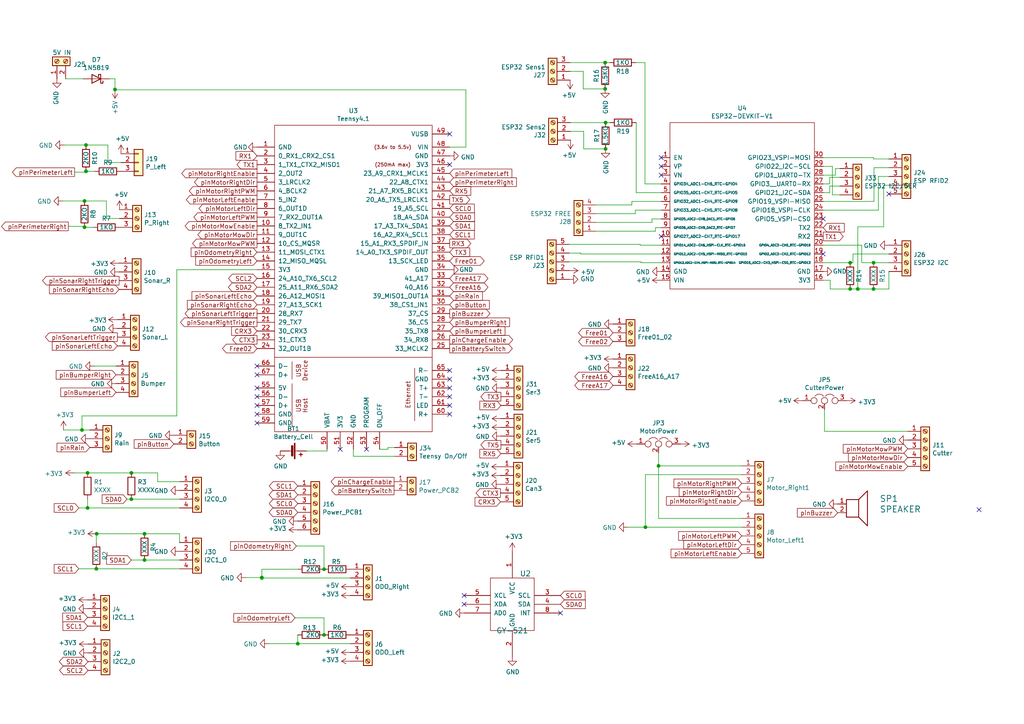
<source format=kicad_sch>
(kicad_sch (version 20211123) (generator eeschema)
  (paper "A4")
  (title_block (title "Teensy 4.1 MainPCB Board") (date "2022-05-13") (rev "v1.3"))
  (junction (at 23.7744 124.714))
  (junction (at 25.4 137.16))
  (junction (at 246.5832 76.2))
  (junction (at 175.641 35.56))
  (junction (at 86.36 186.69))
  (junction (at 24.9428 42.0624))
  (junction (at 27.94 164.973))
  (junction (at 41.91 154.813))
  (junction (at 175.514 18.161))
  (junction (at 248.793 83.82))
  (junction (at 25.4 147.32))
  (junction (at 75.946 167.64))
  (junction (at 175.514 25.781))
  (junction (at 253.365 76.2))
  (junction (at 93.98 184.15))
  (junction (at 38.1 144.78))
  (junction (at 93.98 165.1))
  (junction (at 175.641 43.18))
  (junction (at 253.365 83.82))
  (junction (at 75.946 167.513))
  (junction (at 191.008 135.128))
  (junction (at 246.5832 83.82))
  (junction (at 38.1 137.16))
  (junction (at 24.511 58.293))
  (junction (at 24.9428 49.6824))
  (junction (at 28.0416 154.813))
  (junction (at 24.511 65.913))
  (junction (at 187.198 152.908))
  (junction (at 41.91 162.433))
  (junction (at 33.3502 25.9588))
  (no_connect (at 74.549 112.522))
  (no_connect (at 130.429 107.442))
  (no_connect (at 283.972 147.828))
  (no_connect (at 74.549 120.142))
  (no_connect (at 134.62 175.26))
  (no_connect (at 238.76 73.66))
  (no_connect (at 74.549 108.712))
  (no_connect (at 191.77 50.8))
  (no_connect (at 130.429 38.862))
  (no_connect (at 130.429 109.982))
  (no_connect (at 257.81 56.261))
  (no_connect (at 74.549 106.172))
  (no_connect (at 130.429 47.752))
  (no_connect (at 191.77 68.58))
  (no_connect (at 238.76 63.5))
  (no_connect (at 191.77 48.26))
  (no_connect (at 191.77 45.72))
  (no_connect (at 130.429 120.142))
  (no_connect (at 74.549 115.062))
  (no_connect (at 134.62 172.72))
  (no_connect (at 162.56 177.8))
  (no_connect (at 98.679 130.302))
  (no_connect (at 130.429 117.602))
  (no_connect (at 74.549 117.602))
  (no_connect (at 130.429 112.522))
  (no_connect (at 106.299 130.302))
  (no_connect (at 74.549 122.682))
  (no_connect (at 130.429 115.062))
  (wire (pts (xy 165.1 75.946) (xy 185.928 75.946)))
  (wire (pts (xy 184.531 55.88) (xy 191.77 55.88)))
  (wire (pts (xy 169.291 38.1) (xy 165.481 38.1)))
  (wire (pts (xy 75.946 167.64) (xy 75.946 167.513)))
  (wire (pts (xy 25.4 147.32) (xy 52.07 147.32)))
  (wire (pts (xy 253.492 58.42) (xy 253.492 48.641)))
  (wire (pts (xy 94.869 130.81) (xy 88.9 130.81)))
  (wire (pts (xy 52.07 154.813) (xy 41.91 154.813)))
  (wire (pts (xy 257.81 73.66) (xy 247.396 73.66)))
  (wire (pts (xy 51.2826 78.232) (xy 74.549 78.232)))
  (wire (pts (xy 253.365 83.82) (xy 257.81 83.82)))
  (wire (pts (xy 169.164 25.781) (xy 169.164 20.701)))
  (wire (pts (xy 187.198 137.668) (xy 187.198 152.908)))
  (wire (pts (xy 238.76 76.2) (xy 246.5832 76.2)))
  (wire (pts (xy 31.2928 42.0624) (xy 24.9428 42.0624)))
  (wire (pts (xy 28.0416 154.813) (xy 27.94 154.813)))
  (wire (pts (xy 22.86 147.32) (xy 25.4 147.32)))
  (wire (pts (xy 86.36 186.69) (xy 101.6 186.69)))
  (wire (pts (xy 240.665 53.975) (xy 243.586 53.975)))
  (wire (pts (xy 30.861 63.373) (xy 34.671 63.373)))
  (wire (pts (xy 240.665 53.34) (xy 240.665 51.435)))
  (wire (pts (xy 24.9428 49.6824) (xy 27.4828 49.6824)))
  (wire (pts (xy 31.2928 42.0624) (xy 31.2928 47.1424)))
  (wire (pts (xy 172.847 64.516) (xy 189.103 64.516)))
  (wire (pts (xy 238.76 48.26) (xy 241.427 48.26)))
  (wire (pts (xy 189.103 63.5) (xy 191.77 63.5)))
  (wire (pts (xy 257.81 83.82) (xy 257.81 78.74)))
  (wire (pts (xy 184.277 61.976) (xy 184.277 60.96)))
  (wire (pts (xy 239.141 118.745) (xy 239.141 125.095)))
  (wire (pts (xy 190.119 67.056) (xy 190.119 66.04)))
  (wire (pts (xy 253.492 48.641) (xy 257.81 48.641)))
  (wire (pts (xy 85.598 179.197) (xy 93.98 179.197)))
  (wire (pts (xy 176.784 18.161) (xy 175.514 18.161)))
  (wire (pts (xy 86.36 184.15) (xy 86.36 186.69)))
  (wire (pts (xy 183.261 59.436) (xy 183.261 58.42)))
  (wire (pts (xy 169.164 25.781) (xy 175.514 25.781)))
  (wire (pts (xy 51.2826 120.6246) (xy 23.7744 120.6246)))
  (wire (pts (xy 112.522 130.302) (xy 112.522 129.794)))
  (wire (pts (xy 246.5832 83.82) (xy 248.793 83.82)))
  (wire (pts (xy 241.427 48.26) (xy 241.427 56.515)))
  (wire (pts (xy 102.489 130.302) (xy 102.489 132.334)))
  (wire (pts (xy 169.291 43.18) (xy 169.291 38.1)))
  (wire (pts (xy 248.793 83.82) (xy 253.365 83.82)))
  (wire (pts (xy 23.7744 124.714) (xy 26.035 124.714)))
  (wire (pts (xy 130.429 42.672) (xy 135.128 42.672)))
  (wire (pts (xy 18.5928 42.0624) (xy 24.9428 42.0624)))
  (wire (pts (xy 191.008 131.318) (xy 191.008 135.128)))
  (wire (pts (xy 176.911 35.56) (xy 175.641 35.56)))
  (wire (pts (xy 184.277 60.96) (xy 191.77 60.96)))
  (wire (pts (xy 75.946 167.513) (xy 71.247 167.513)))
  (wire (pts (xy 38.1 162.433) (xy 41.91 162.433)))
  (wire (pts (xy 19.05 22.86) (xy 24.13 22.86)))
  (wire (pts (xy 45.72 139.7) (xy 52.07 139.7)))
  (wire (pts (xy 238.76 58.42) (xy 253.492 58.42)))
  (wire (pts (xy 187.198 152.908) (xy 215.138 152.908)))
  (wire (pts (xy 24.511 65.913) (xy 27.051 65.913)))
  (wire (pts (xy 18.415 124.714) (xy 23.7744 124.714)))
  (wire (pts (xy 169.291 43.18) (xy 175.641 43.18)))
  (wire (pts (xy 190.119 66.04) (xy 191.77 66.04)))
  (wire (pts (xy 189.103 64.516) (xy 189.103 63.5)))
  (wire (pts (xy 27.305 106.172) (xy 33.655 106.172)))
  (wire (pts (xy 172.847 61.976) (xy 184.277 61.976)))
  (wire (pts (xy 247.396 73.66) (xy 247.396 76.2)))
  (wire (pts (xy 238.76 55.88) (xy 240.665 55.88)))
  (wire (pts (xy 182.118 152.908) (xy 187.198 152.908)))
  (wire (pts (xy 33.3502 26.0604) (xy 33.3502 25.9588)))
  (wire (pts (xy 187.071 18.161) (xy 184.404 18.161)))
  (wire (pts (xy 75.946 165.1) (xy 75.946 167.513)))
  (wire (pts (xy 240.665 55.88) (xy 240.665 53.975)))
  (wire (pts (xy 253.365 76.2) (xy 257.81 76.2)))
  (wire (pts (xy 183.261 58.42) (xy 191.77 58.42)))
  (wire (pts (xy 256.286 65.786) (xy 248.793 65.786)))
  (wire (pts (xy 185.674 71.12) (xy 185.674 70.866)))
  (wire (pts (xy 242.316 50.8) (xy 242.316 48.895)))
  (wire (pts (xy 23.7744 120.6246) (xy 23.7744 124.714)))
  (wire (pts (xy 241.427 56.515) (xy 243.586 56.515)))
  (wire (pts (xy 253.365 45.72) (xy 253.365 46.101)))
  (wire (pts (xy 51.2826 78.232) (xy 51.2826 120.6246)))
  (wire (pts (xy 238.76 81.28) (xy 240.792 81.28)))
  (wire (pts (xy 215.138 150.368) (xy 191.008 150.368)))
  (wire (pts (xy 38.1 144.78) (xy 52.07 144.78)))
  (wire (pts (xy 18.161 58.293) (xy 24.511 58.293)))
  (wire (pts (xy 31.2928 47.1424) (xy 35.1028 47.1424)))
  (wire (pts (xy 85.979 158.369) (xy 93.98 158.369)))
  (wire (pts (xy 21.6408 49.9364) (xy 24.9428 49.9364)))
  (wire (pts (xy 185.674 71.12) (xy 191.77 71.12)))
  (wire (pts (xy 215.138 135.128) (xy 191.008 135.128)))
  (wire (pts (xy 253.365 46.101) (xy 257.81 46.101)))
  (wire (pts (xy 41.91 154.813) (xy 28.0416 154.813)))
  (wire (pts (xy 169.164 20.701) (xy 165.354 20.701)))
  (wire (pts (xy 246.5832 76.2) (xy 247.396 76.2)))
  (wire (pts (xy 254.762 60.96) (xy 254.762 51.181)))
  (wire (pts (xy 110.109 130.302) (xy 112.522 130.302)))
  (wire (pts (xy 187.071 53.34) (xy 187.071 18.161)))
  (wire (pts (xy 185.674 70.866) (xy 165.1 70.866)))
  (wire (pts (xy 184.531 35.56) (xy 184.531 55.88)))
  (wire (pts (xy 21.59 137.16) (xy 25.4 137.16)))
  (wire (pts (xy 38.1 137.16) (xy 45.72 137.16)))
  (wire (pts (xy 240.792 81.28) (xy 240.792 83.82)))
  (wire (pts (xy 185.928 75.946) (xy 185.928 76.2)))
  (wire (pts (xy 19.812 65.659) (xy 24.511 65.659)))
  (wire (pts (xy 238.76 50.8) (xy 242.316 50.8)))
  (wire (pts (xy 86.36 165.1) (xy 75.946 165.1)))
  (wire (pts (xy 41.91 162.433) (xy 52.07 162.433)))
  (wire (pts (xy 191.77 53.34) (xy 187.071 53.34)))
  (wire (pts (xy 238.76 45.72) (xy 253.365 45.72)))
  (wire (pts (xy 238.76 71.12) (xy 249.936 71.12)))
  (wire (pts (xy 254.762 51.181) (xy 257.81 51.181)))
  (wire (pts (xy 25.4 144.78) (xy 25.4 147.32)))
  (wire (pts (xy 30.861 58.293) (xy 30.861 63.373)))
  (wire (pts (xy 239.141 125.095) (xy 263.271 125.095)))
  (wire (pts (xy 33.3502 26.0604) (xy 135.128 26.0604)))
  (wire (pts (xy 240.665 51.435) (xy 243.586 51.435)))
  (wire (pts (xy 27.94 164.973) (xy 52.07 164.973)))
  (wire (pts (xy 238.76 53.34) (xy 240.665 53.34)))
  (wire (pts (xy 242.316 48.895) (xy 243.586 48.895)))
  (wire (pts (xy 22.86 164.973) (xy 27.94 164.973)))
  (wire (pts (xy 256.286 53.721) (xy 256.286 65.786)))
  (wire (pts (xy 240.792 83.82) (xy 246.5832 83.82)))
  (wire (pts (xy 93.98 179.197) (xy 93.98 184.15)))
  (wire (pts (xy 33.3502 25.9588) (xy 33.3502 22.86)))
  (wire (pts (xy 165.354 18.161) (xy 175.514 18.161)))
  (wire (pts (xy 30.861 58.293) (xy 24.511 58.293)))
  (wire (pts (xy 238.76 60.96) (xy 254.762 60.96)))
  (wire (pts (xy 77.978 186.69) (xy 86.36 186.69)))
  (wire (pts (xy 172.847 67.056) (xy 190.119 67.056)))
  (wire (pts (xy 36.83 144.78) (xy 38.1 144.78)))
  (wire (pts (xy 172.847 59.436) (xy 183.261 59.436)))
  (wire (pts (xy 248.793 65.786) (xy 248.793 83.82)))
  (wire (pts (xy 24.511 65.659) (xy 24.511 65.913)))
  (wire (pts (xy 45.72 137.16) (xy 45.72 139.7)))
  (wire (pts (xy 165.481 35.56) (xy 175.641 35.56)))
  (wire (pts (xy 135.128 42.672) (xy 135.128 26.0604)))
  (wire (pts (xy 168.402 73.66) (xy 168.402 73.406)))
  (wire (pts (xy 101.6 167.64) (xy 75.946 167.64)))
  (wire (pts (xy 185.928 76.2) (xy 191.77 76.2)))
  (wire (pts (xy 112.522 129.794) (xy 114.427 129.794)))
  (wire (pts (xy 102.489 132.334) (xy 114.427 132.334)))
  (wire (pts (xy 191.77 73.66) (xy 168.402 73.66)))
  (wire (pts (xy 38.1 137.16) (xy 25.4 137.16)))
  (wire (pts (xy 215.138 137.668) (xy 187.198 137.668)))
  (wire (pts (xy 31.75 22.86) (xy 33.3502 22.86)))
  (wire (pts (xy 191.008 135.128) (xy 191.008 150.368)))
  (wire (pts (xy 249.936 76.2) (xy 253.365 76.2)))
  (wire (pts (xy 27.94 157.353) (xy 27.94 154.813)))
  (wire (pts (xy 168.402 73.406) (xy 165.1 73.406)))
  (wire (pts (xy 24.9428 49.9364) (xy 24.9428 49.6824)))
  (wire (pts (xy 249.936 71.12) (xy 249.936 76.2)))
  (wire (pts (xy 93.98 158.369) (xy 93.98 165.1)))
  (wire (pts (xy 94.869 130.302) (xy 94.869 130.81)))
  (wire (pts (xy 257.81 53.721) (xy 256.286 53.721)))
  (wire (pts (xy 52.07 157.353) (xy 52.07 154.813)))
  (global_label "SDA2" (shape bidirectional) (at 25.527 191.897 180) (property "Intersheet References" "${INTERSHEET_REFS}" (effects hide)))
  (global_label "pinOdometryLeft" (shape input) (at 85.598 179.197 180) (property "Intersheet References" "${INTERSHEET_REFS}" (effects hide)))
  (global_label "pinSonarRightEcho" (shape input) (at 74.549 88.392 180) (property "Intersheet References" "${INTERSHEET_REFS}" (effects hide)))
  (global_label "CTX3" (shape output) (at 74.549 98.552 180) (property "Intersheet References" "${INTERSHEET_REFS}" (effects hide)))
  (global_label "SCL2" (shape bidirectional) (at 25.527 194.437 180) (property "Intersheet References" "${INTERSHEET_REFS}" (effects hide)))
  (global_label "pinMotorLeftPWM" (shape output) (at 74.549 62.992 180) (property "Intersheet References" "${INTERSHEET_REFS}" (effects hide)))
  (global_label "SCL1" (shape bidirectional) (at 86.36 140.97 180) (property "Intersheet References" "${INTERSHEET_REFS}" (effects hide)))
  (global_label "pinMotorLeftEnable" (shape input) (at 215.138 160.528 180) (property "Intersheet References" "${INTERSHEET_REFS}" (effects hide)))
  (global_label "pinMotorRightPWM" (shape input) (at 215.138 140.208 180) (property "Intersheet References" "${INTERSHEET_REFS}" (effects hide)))
  (global_label "pinButton" (shape input) (at 130.429 88.392 0) (property "Intersheet References" "${INTERSHEET_REFS}" (effects hide)))
  (global_label "RX3" (shape input) (at 145.288 117.602 180) (property "Intersheet References" "${INTERSHEET_REFS}" (effects hide)))
  (global_label "pinBumperRight" (shape input) (at 130.429 93.472 0) (property "Intersheet References" "${INTERSHEET_REFS}" (effects hide)))
  (global_label "SCL2" (shape bidirectional) (at 74.549 80.772 180) (property "Intersheet References" "${INTERSHEET_REFS}" (effects hide)))
  (global_label "pinChargeEnable" (shape output) (at 114.3 139.7 180) (property "Intersheet References" "${INTERSHEET_REFS}" (effects hide)))
  (global_label "pinSonarLeftTrigger" (shape output) (at 34.036 97.79 180) (property "Intersheet References" "${INTERSHEET_REFS}" (effects hide)))
  (global_label "pinMotorMowPWM" (shape output) (at 74.549 70.612 180) (property "Intersheet References" "${INTERSHEET_REFS}" (effects hide)))
  (global_label "SCL0" (shape input) (at 22.86 147.32 180) (property "Intersheet References" "${INTERSHEET_REFS}" (effects hide)))
  (global_label "pinBumperLeft" (shape input) (at 33.655 113.792 180) (property "Intersheet References" "${INTERSHEET_REFS}" (effects hide)))
  (global_label "pinBumperLeft" (shape input) (at 130.429 96.012 0) (property "Intersheet References" "${INTERSHEET_REFS}" (effects hide)))
  (global_label "pinMotorLeftDir" (shape output) (at 74.549 60.452 180) (property "Intersheet References" "${INTERSHEET_REFS}" (effects hide)))
  (global_label "SCL0" (shape bidirectional) (at 86.36 146.05 180) (property "Intersheet References" "${INTERSHEET_REFS}" (effects hide)))
  (global_label "RX1" (shape input) (at 74.549 45.212 180) (property "Intersheet References" "${INTERSHEET_REFS}" (effects hide)))
  (global_label "FreeA16" (shape bidirectional) (at 177.8 109.22 180) (property "Intersheet References" "${INTERSHEET_REFS}" (effects hide)))
  (global_label "FreeA17" (shape bidirectional) (at 130.429 80.772 0) (property "Intersheet References" "${INTERSHEET_REFS}" (effects hide)))
  (global_label "pinButton" (shape input) (at 50.419 128.778 180) (property "Intersheet References" "${INTERSHEET_REFS}" (effects hide)))
  (global_label "pinChargeEnable" (shape output) (at 130.429 98.552 0) (property "Intersheet References" "${INTERSHEET_REFS}" (effects hide)))
  (global_label "pinMotorLeftDir" (shape input) (at 215.138 157.988 180) (property "Intersheet References" "${INTERSHEET_REFS}" (effects hide)))
  (global_label "SDA0" (shape bidirectional) (at 86.36 148.59 180) (property "Intersheet References" "${INTERSHEET_REFS}" (effects hide)))
  (global_label "pinPerimeterRight" (shape input) (at 130.429 52.832 0) (property "Intersheet References" "${INTERSHEET_REFS}" (effects hide)))
  (global_label "pinRain" (shape input) (at 130.429 85.852 0) (property "Intersheet References" "${INTERSHEET_REFS}" (effects hide)))
  (global_label "SCL1" (shape input) (at 130.429 68.072 0) (property "Intersheet References" "${INTERSHEET_REFS}" (effects hide)))
  (global_label "pinOdometryRight" (shape input) (at 74.549 73.152 180) (property "Intersheet References" "${INTERSHEET_REFS}" (effects hide)))
  (global_label "TX5" (shape output) (at 130.429 57.912 0) (property "Intersheet References" "${INTERSHEET_REFS}" (effects hide)))
  (global_label "SCL0" (shape input) (at 162.56 172.72 0) (property "Intersheet References" "${INTERSHEET_REFS}" (effects hide)))
  (global_label "pinMotorRightEnable" (shape output) (at 74.549 50.292 180) (property "Intersheet References" "${INTERSHEET_REFS}" (effects hide)))
  (global_label "SDA1" (shape bidirectional) (at 86.36 143.51 180) (property "Intersheet References" "${INTERSHEET_REFS}" (effects hide)))
  (global_label "pinMotorMowDir" (shape output) (at 74.549 68.072 180) (property "Intersheet References" "${INTERSHEET_REFS}" (effects hide)))
  (global_label "pinPerimeterRight" (shape output) (at 19.812 65.659 180) (property "Intersheet References" "${INTERSHEET_REFS}" (effects hide)))
  (global_label "pinMotorRightDir" (shape output) (at 74.549 52.832 180) (property "Intersheet References" "${INTERSHEET_REFS}" (effects hide)))
  (global_label "pinSonarLeftTrigger" (shape output) (at 74.549 90.932 180) (property "Intersheet References" "${INTERSHEET_REFS}" (effects hide)))
  (global_label "pinBuzzer" (shape input) (at 242.951 148.717 180) (property "Intersheet References" "${INTERSHEET_REFS}" (effects hide)))
  (global_label "RX1" (shape input) (at 238.76 66.04 0) (property "Intersheet References" "${INTERSHEET_REFS}" (effects hide)))
  (global_label "pinMotorRightEnable" (shape input) (at 215.138 145.288 180) (property "Intersheet References" "${INTERSHEET_REFS}" (effects hide)))
  (global_label "SDA1" (shape input) (at 130.429 65.532 0) (property "Intersheet References" "${INTERSHEET_REFS}" (effects hide)))
  (global_label "SDA0" (shape input) (at 36.83 144.78 180) (property "Intersheet References" "${INTERSHEET_REFS}" (effects hide)))
  (global_label "pinMotorMowEnable" (shape input) (at 263.271 135.255 180) (property "Intersheet References" "${INTERSHEET_REFS}" (effects hide)))
  (global_label "TX1" (shape output) (at 238.76 68.58 0) (property "Intersheet References" "${INTERSHEET_REFS}" (effects hide)))
  (global_label "pinMotorMowEnable" (shape output) (at 74.549 65.532 180) (property "Intersheet References" "${INTERSHEET_REFS}" (effects hide)))
  (global_label "SDA2" (shape bidirectional) (at 74.549 83.312 180) (property "Intersheet References" "${INTERSHEET_REFS}" (effects hide)))
  (global_label "RX5" (shape input) (at 130.429 55.372 0) (property "Intersheet References" "${INTERSHEET_REFS}" (effects hide)))
  (global_label "pinBatterySwitch" (shape output) (at 130.429 101.092 0) (property "Intersheet References" "${INTERSHEET_REFS}" (effects hide)))
  (global_label "pinPerimeterLeft" (shape output) (at 21.6408 49.9364 180) (property "Intersheet References" "${INTERSHEET_REFS}" (effects hide)))
  (global_label "CRX3" (shape input) (at 145.161 145.542 180) (property "Intersheet References" "${INTERSHEET_REFS}" (effects hide)))
  (global_label "FreeA17" (shape bidirectional) (at 177.8 111.76 180) (property "Intersheet References" "${INTERSHEET_REFS}" (effects hide)))
  (global_label "Free01" (shape bidirectional) (at 177.8 96.52 180) (property "Intersheet References" "${INTERSHEET_REFS}" (effects hide)))
  (global_label "pinBuzzer" (shape output) (at 130.429 90.932 0) (property "Intersheet References" "${INTERSHEET_REFS}" (effects hide)))
  (global_label "pinPerimeterLeft" (shape input) (at 130.429 50.292 0) (property "Intersheet References" "${INTERSHEET_REFS}" (effects hide)))
  (global_label "pinMotorMowDir" (shape input) (at 263.271 132.715 180) (property "Intersheet References" "${INTERSHEET_REFS}" (effects hide)))
  (global_label "RX3" (shape output) (at 130.429 70.612 0) (property "Intersheet References" "${INTERSHEET_REFS}" (effects hide)))
  (global_label "SDA1" (shape input) (at 25.4 179.07 180) (property "Intersheet References" "${INTERSHEET_REFS}" (effects hide)))
  (global_label "SCL0" (shape input) (at 130.429 60.452 0) (property "Intersheet References" "${INTERSHEET_REFS}" (effects hide)))
  (global_label "pinSonarRightTrigger" (shape output) (at 34.544 81.407 180) (property "Intersheet References" "${INTERSHEET_REFS}" (effects hide)))
  (global_label "CRX3" (shape input) (at 74.549 96.012 180) (property "Intersheet References" "${INTERSHEET_REFS}" (effects hide)))
  (global_label "RX5" (shape input) (at 145.288 131.572 180) (property "Intersheet References" "${INTERSHEET_REFS}" (effects hide)))
  (global_label "pinOdometryLeft" (shape input) (at 74.549 75.692 180) (property "Intersheet References" "${INTERSHEET_REFS}" (effects hide)))
  (global_label "SCL1" (shape input) (at 25.4 181.61 180) (property "Intersheet References" "${INTERSHEET_REFS}" (effects hide)))
  (global_label "pinSonarLeftEcho" (shape input) (at 34.036 100.33 180) (property "Intersheet References" "${INTERSHEET_REFS}" (effects hide)))
  (global_label "TX1" (shape output) (at 74.549 47.752 180) (property "Intersheet References" "${INTERSHEET_REFS}" (effects hide)))
  (global_label "TX3" (shape input) (at 130.429 73.152 0) (property "Intersheet References" "${INTERSHEET_REFS}" (effects hide)))
  (global_label "pinBumperRight" (shape input) (at 33.655 108.712 180) (property "Intersheet References" "${INTERSHEET_REFS}" (effects hide)))
  (global_label "pinMotorRightDir" (shape input) (at 215.138 142.748 180) (property "Intersheet References" "${INTERSHEET_REFS}" (effects hide)))
  (global_label "SDA0" (shape input) (at 162.56 175.26 0) (property "Intersheet References" "${INTERSHEET_REFS}" (effects hide)))
  (global_label "TX3" (shape output) (at 145.288 115.062 180) (property "Intersheet References" "${INTERSHEET_REFS}" (effects hide)))
  (global_label "pinSonarLeftEcho" (shape input) (at 74.549 85.852 180) (property "Intersheet References" "${INTERSHEET_REFS}" (effects hide)))
  (global_label "pinMotorMowPWM" (shape input) (at 263.271 130.175 180) (property "Intersheet References" "${INTERSHEET_REFS}" (effects hide)))
  (global_label "SDA0" (shape input) (at 130.429 62.992 0) (property "Intersheet References" "${INTERSHEET_REFS}" (effects hide)))
  (global_label "pinSonarRightTrigger" (shape output) (at 74.549 93.472 180) (property "Intersheet References" "${INTERSHEET_REFS}" (effects hide)))
  (global_label "SCL1" (shape input) (at 22.86 164.973 180) (property "Intersheet References" "${INTERSHEET_REFS}" (effects hide)))
  (global_label "Free02" (shape bidirectional) (at 74.549 101.092 180) (property "Intersheet References" "${INTERSHEET_REFS}" (effects hide)))
  (global_label "TX5" (shape output) (at 145.288 129.032 180) (property "Intersheet References" "${INTERSHEET_REFS}" (effects hide)))
  (global_label "pinSonarRightEcho" (shape input) (at 34.544 83.947 180) (property "Intersheet References" "${INTERSHEET_REFS}" (effects hide)))
  (global_label "pinMotorLeftEnable" (shape output) (at 74.549 57.912 180) (property "Intersheet References" "${INTERSHEET_REFS}" (effects hide)))
  (global_label "pinOdometryRight" (shape input) (at 85.979 158.369 180) (property "Intersheet References" "${INTERSHEET_REFS}" (effects hide)))
  (global_label "pinRain" (shape input) (at 26.035 129.794 180) (property "Intersheet References" "${INTERSHEET_REFS}" (effects hide)))
  (global_label "pinMotorLeftPWM" (shape input) (at 215.138 155.448 180) (property "Intersheet References" "${INTERSHEET_REFS}" (effects hide)))
  (global_label "FreeA16" (shape bidirectional) (at 130.429 83.312 0) (property "Intersheet References" "${INTERSHEET_REFS}" (effects hide)))
  (global_label "Free01" (shape bidirectional) (at 130.429 75.692 0) (property "Intersheet References" "${INTERSHEET_REFS}" (effects hide)))
  (global_label "Free02" (shape bidirectional) (at 177.8 99.06 180) (property "Intersheet References" "${INTERSHEET_REFS}" (effects hide)))
  (global_label "CTX3" (shape output) (at 145.161 143.002 180) (property "Intersheet References" "${INTERSHEET_REFS}" (effects hide)))
  (global_label "pinMotorRightPWM" (shape output) (at 74.549 55.372 180) (property "Intersheet References" "${INTERSHEET_REFS}" (effects hide)))
  (global_label "SDA1" (shape input) (at 38.1 162.433 180) (property "Intersheet References" "${INTERSHEET_REFS}" (effects hide)))
  (global_label "pinBatterySwitch" (shape output) (at 114.3 142.24 180) (property "Intersheet References" "${INTERSHEET_REFS}" (effects hide)))
  (symbol (lib_id "Connector:Screw_Terminal_01x04") (at 30.607 189.357 0) (unit 1)
    (property "Reference" "J2" (at 32.639 189.5602 0) (effects (justify left)))
    (property "Value" "I2C2_0" (at 32.639 191.8716 0) (effects (justify left)))
    (property "Footprint" "Connector_JST:JST_XH_B4B-XH-A_1x04_P2.50mm_Vertical" (effects hide))
  )
  (symbol (lib_id "Connector:Screw_Terminal_01x04") (at 30.48 176.53 0) (unit 1)
    (property "Reference" "J4" (at 32.512 176.7332 0) (effects (justify left)))
    (property "Value" "I2C1_1" (at 32.512 179.0446 0) (effects (justify left)))
    (property "Footprint" "Connector_JST:JST_XH_B4B-XH-A_1x04_P2.50mm_Vertical" (effects hide))
  )
  (symbol (lib_id "Connector:Screw_Terminal_01x04") (at 39.624 78.867 0) (unit 1)
    (property "Reference" "J10" (at 41.656 79.0702 0) (effects (justify left)))
    (property "Value" "Sonar_R" (at 41.656 81.3816 0) (effects (justify left)))
    (property "Footprint" "Connector_JST:JST_XH_B4B-XH-A_1x04_P2.50mm_Vertical" (effects hide))
  )
  (symbol (lib_id "Connector:Screw_Terminal_01x04") (at 39.116 95.25 0) (unit 1)
    (property "Reference" "J12" (at 41.148 95.4532 0) (effects (justify left)))
    (property "Value" "Sonar_L" (at 41.148 97.7646 0) (effects (justify left)))
    (property "Footprint" "Connector_JST:JST_XH_B4B-XH-A_1x04_P2.50mm_Vertical" (effects hide))
  )
  (symbol (lib_id "power:GND") (at 18.5928 42.0624 270) (unit 1)
    (property "Reference" "#PWR022" (effects hide))
    (property "Value" "GND" (at 15.3416 42.1894 90) (effects (justify right)))
  )
  (symbol (lib_id "Device:R") (at 24.9428 45.8724 180) (unit 1)
    (property "Reference" "R10" (at 27.4828 45.8724 90))
    (property "Value" "2KO" (at 24.9428 45.8724 90))
    (property "Footprint" "Resistor_THT:R_Axial_DIN0207_L6.3mm_D2.5mm_P2.54mm_Vertical" (effects hide))
  )
  (symbol (lib_id "Device:R") (at 31.2928 49.6824 270) (unit 1)
    (property "Reference" "R9" (at 31.2928 47.1424 90))
    (property "Value" "1KO" (at 31.2928 49.6824 90))
    (property "Footprint" "Resistor_THT:R_Axial_DIN0207_L6.3mm_D2.5mm_P2.54mm_Vertical" (effects hide))
  )
  (symbol (lib_id "power:+5V") (at 35.1028 44.6024 0) (unit 1)
    (property "Reference" "#PWR034" (effects hide))
    (property "Value" "+5V" (at 35.4838 40.2082 0))
  )
  (symbol (lib_id "power:GND") (at 18.161 58.293 270) (unit 1)
    (property "Reference" "#PWR021" (effects hide))
    (property "Value" "GND" (at 14.9098 58.42 90) (effects (justify right)))
  )
  (symbol (lib_id "Device:R") (at 24.511 62.103 180) (unit 1)
    (property "Reference" "R8" (at 27.051 62.103 90))
    (property "Value" "2KO" (at 24.511 62.103 90))
    (property "Footprint" "Resistor_THT:R_Axial_DIN0207_L6.3mm_D2.5mm_P2.54mm_Vertical" (effects hide))
  )
  (symbol (lib_id "Device:R") (at 30.861 65.913 270) (unit 1)
    (property "Reference" "R7" (at 30.861 63.373 90))
    (property "Value" "1KO" (at 30.861 65.913 90))
    (property "Footprint" "Resistor_THT:R_Axial_DIN0207_L6.3mm_D2.5mm_P2.54mm_Vertical" (effects hide))
  )
  (symbol (lib_id "Connector:Screw_Terminal_01x04") (at 38.735 108.712 0) (unit 1)
    (property "Reference" "J5" (at 40.767 108.9152 0) (effects (justify left)))
    (property "Value" "Bumper" (at 40.767 111.2266 0) (effects (justify left)))
    (property "Footprint" "Connector_JST:JST_XH_B4B-XH-A_1x04_P2.50mm_Vertical" (effects hide))
  )
  (symbol (lib_id "Connector_Generic:Conn_01x03") (at 40.1828 47.1424 0) (unit 1)
    (property "Reference" "J19" (at 42.2148 46.0756 0) (effects (justify left)))
    (property "Value" "P_Left" (at 42.2148 48.387 0) (effects (justify left)))
    (property "Footprint" "Connector_JST:JST_XH_B3B-XH-A_1x03_P2.50mm_Vertical" (effects hide))
  )
  (symbol (lib_id "Connector:Screw_Terminal_01x03") (at 39.751 63.373 0) (unit 1)
    (property "Reference" "J13" (at 41.783 62.3062 0) (effects (justify left)))
    (property "Value" "P_Right" (at 41.783 64.6176 0) (effects (justify left)))
    (property "Footprint" "Connector_JST:JST_XH_B3B-XH-A_1x03_P2.50mm_Vertical" (effects hide))
  )
  (symbol (lib_id "power:+5V") (at 34.671 60.833 0) (unit 1)
    (property "Reference" "#PWR026" (effects hide))
    (property "Value" "+5V" (at 35.052 56.4388 0))
  )
  (symbol (lib_id "Connector:Screw_Terminal_01x03") (at 31.115 127.254 0) (unit 1)
    (property "Reference" "J9" (at 33.147 126.1872 0) (effects (justify left)))
    (property "Value" "Rain" (at 33.147 128.4986 0) (effects (justify left)))
    (property "Footprint" "Connector_JST:JST_XH_B3B-XH-A_1x03_P2.50mm_Vertical" (effects hide))
  )
  (symbol (lib_id "power:+3.3V") (at 18.415 124.714 0) (unit 1)
    (property "Reference" "#PWR011" (effects hide))
    (property "Value" "+3.3V" (at 18.796 120.3198 0))
  )
  (symbol (lib_id "Device:Speaker") (at 248.031 146.177 0) (unit 1)
    (property "Reference" "SP1" (at 255.0922 144.6276 0) (effects (font (size 1.778 1.778)) (justify left)))
    (property "Value" "SPEAKER" (at 255.0922 147.701 0) (effects (font (size 1.778 1.778)) (justify left)))
    (property "Footprint" "Zimprich:Buzzer_12x9.5RM7.6" (effects hide))
  )
  (symbol (lib_id "Connector:Screw_Terminal_01x02") (at 55.499 126.238 0) (unit 1)
    (property "Reference" "J15" (at 57.531 126.4412 0) (effects (justify left)))
    (property "Value" "Button" (at 57.531 128.7526 0) (effects (justify left)))
    (property "Footprint" "Connector_JST:JST_XH_B2B-XH-A_1x02_P2.50mm_Vertical" (effects hide))
  )
  (symbol (lib_id "power:GND") (at 242.951 146.177 270) (unit 1)
    (property "Reference" "#PWR035" (effects hide))
    (property "Value" "GND" (at 239.6998 146.304 90) (effects (justify right)))
  )
  (symbol (lib_id "power:GND") (at 50.419 126.238 270) (unit 1)
    (property "Reference" "#PWR030" (effects hide))
    (property "Value" "GND" (at 47.1678 126.365 90) (effects (justify right)))
  )
  (symbol (lib_id "power:GND") (at 26.035 127.254 270) (unit 1)
    (property "Reference" "#PWR017" (effects hide))
    (property "Value" "GND" (at 22.7838 127.381 90) (effects (justify right)))
  )
  (symbol (lib_id "power:GND") (at 27.305 106.172 270) (unit 1)
    (property "Reference" "#PWR012" (effects hide))
    (property "Value" "GND" (at 24.0538 106.299 90) (effects (justify right)))
  )
  (symbol (lib_id "power:GND") (at 25.4 176.53 270) (unit 1)
    (property "Reference" "#PWR07" (effects hide))
    (property "Value" "GND" (at 22.1488 176.657 90) (effects (justify right)))
  )
  (symbol (lib_id "power:GND") (at 33.655 111.252 270) (unit 1)
    (property "Reference" "#PWR013" (effects hide))
    (property "Value" "GND" (at 30.4038 111.379 90) (effects (justify right)))
  )
  (symbol (lib_id "power:+3.3V") (at 25.527 186.817 90) (unit 1)
    (property "Reference" "#PWR02" (effects hide))
    (property "Value" "+3.3V" (at 22.2758 186.436 90) (effects (justify left)))
  )
  (symbol (lib_id "power:+3.3V") (at 25.4 173.99 90) (unit 1)
    (property "Reference" "#PWR06" (effects hide))
    (property "Value" "+3.3V" (at 22.1488 173.609 90) (effects (justify left)))
  )
  (symbol (lib_id "power:GND") (at 25.527 189.357 270) (unit 1)
    (property "Reference" "#PWR03" (effects hide))
    (property "Value" "GND" (at 22.2758 189.484 90) (effects (justify right)))
  )
  (symbol (lib_id "power:GND") (at 34.036 95.25 270) (unit 1)
    (property "Reference" "#PWR019" (effects hide))
    (property "Value" "GND" (at 30.7848 95.377 90) (effects (justify right)))
  )
  (symbol (lib_id "power:GND") (at 34.544 78.867 270) (unit 1)
    (property "Reference" "#PWR020" (effects hide))
    (property "Value" "GND" (at 31.2928 78.994 90) (effects (justify right)))
  )
  (symbol (lib_id "Connector:Screw_Terminal_01x02") (at 16.51 17.78 90) (unit 1)
    (property "Reference" "J25" (at 21.2852 18.6944 90) (effects (justify right)))
    (property "Value" "5V IN" (at 15.24 15.24 90) (effects (justify right)))
    (property "Footprint" "TerminalBlock:TerminalBlock_bornier-2_P5.08mm" (effects hide))
  )
  (symbol (lib_id "Diode:1N5819") (at 27.94 22.86 180) (unit 1)
    (property "Reference" "D7" (at 27.94 17.3482 0))
    (property "Value" "1N5819" (at 27.94 19.6596 0))
    (property "Footprint" "Diode_THT:D_DO-41_SOD81_P10.16mm_Horizontal" (effects hide))
    (property "Datasheet" "http://www.vishay.com/docs/88525/1n5817.pdf" (effects hide))
  )
  (symbol (lib_id "power:GND") (at 16.51 22.86 0) (unit 1)
    (property "Reference" "#PWR023" (effects hide))
    (property "Value" "GND" (at 16.256 28.3972 90))
  )
  (symbol (lib_id "power:+3.3V") (at 34.544 76.327 90) (unit 1)
    (property "Reference" "#PWR024" (effects hide))
    (property "Value" "+3.3V" (at 28.8544 76.4794 90))
  )
  (symbol (lib_id "power:+3.3V") (at 34.036 92.71 90) (unit 1)
    (property "Reference" "#PWR038" (effects hide))
    (property "Value" "+3.3V" (at 28.3718 92.8878 90))
  )
  (symbol (lib_id "Connector:Screw_Terminal_01x04") (at 57.15 159.893 0) (unit 1)
    (property "Reference" "J30" (at 59.182 160.0962 0) (effects (justify left)))
    (property "Value" "I2C1_0" (at 59.182 162.4076 0) (effects (justify left)))
    (property "Footprint" "Connector_JST:JST_XH_B4B-XH-A_1x04_P2.50mm_Vertical" (effects hide))
  )
  (symbol (lib_id "power:GND") (at 52.07 159.893 270) (unit 1)
    (property "Reference" "#PWR068" (effects hide))
    (property "Value" "GND" (at 48.8188 160.02 90) (effects (justify right)))
  )
  (symbol (lib_id "Device:R") (at 41.91 158.623 180) (unit 1)
    (property "Reference" "R4" (at 44.45 158.623 90))
    (property "Value" "XXX" (at 41.91 158.623 90))
    (property "Footprint" "Resistor_THT:R_Axial_DIN0207_L6.3mm_D2.5mm_P2.54mm_Vertical" (effects hide))
  )
  (symbol (lib_id "Device:R") (at 27.94 161.163 180) (unit 1)
    (property "Reference" "R2" (at 30.48 161.163 90))
    (property "Value" "XXX" (at 27.94 161.163 90))
    (property "Footprint" "Resistor_THT:R_Axial_DIN0207_L6.3mm_D2.5mm_P2.54mm_Vertical" (effects hide))
  )
  (symbol (lib_id "Mechanical:MountingHole_Pad") (at 303.53 21.59 0) (unit 1)
    (property "Reference" "H1" (at 306.07 20.3454 0) (effects (justify left)))
    (property "Value" "MountingHole_Pad" (at 306.07 22.6568 0) (effects (justify left)))
    (property "Footprint" "MountingHole:MountingHole_3.2mm_M3_Pad_TopBottom" (effects hide))
  )
  (symbol (lib_id "power:GND") (at 303.53 24.13 0) (unit 1)
    (property "Reference" "#PWR047" (effects hide))
    (property "Value" "GND" (at 303.657 27.3812 90) (effects (justify right)))
  )
  (symbol (lib_id "Mechanical:MountingHole_Pad") (at 303.53 39.37 0) (unit 1)
    (property "Reference" "H2" (at 306.07 38.1254 0) (effects (justify left)))
    (property "Value" "MountingHole_Pad" (at 306.07 40.4368 0) (effects (justify left)))
    (property "Footprint" "MountingHole:MountingHole_3.2mm_M3_Pad_TopBottom" (effects hide))
  )
  (symbol (lib_id "power:GND") (at 303.53 41.91 0) (unit 1)
    (property "Reference" "#PWR048" (effects hide))
    (property "Value" "GND" (at 303.657 45.1612 90) (effects (justify right)))
  )
  (symbol (lib_id "Mechanical:MountingHole_Pad") (at 303.53 57.15 0) (unit 1)
    (property "Reference" "H3" (at 306.07 55.9054 0) (effects (justify left)))
    (property "Value" "MountingHole_Pad" (at 306.07 58.2168 0) (effects (justify left)))
    (property "Footprint" "MountingHole:MountingHole_3.2mm_M3_Pad_TopBottom" (effects hide))
  )
  (symbol (lib_id "power:GND") (at 303.53 59.69 0) (unit 1)
    (property "Reference" "#PWR069" (effects hide))
    (property "Value" "GND" (at 303.657 62.9412 90) (effects (justify right)))
  )
  (symbol (lib_id "Mechanical:MountingHole_Pad") (at 303.53 74.93 0) (unit 1)
    (property "Reference" "H4" (at 306.07 73.6854 0) (effects (justify left)))
    (property "Value" "MountingHole_Pad" (at 306.07 75.9968 0) (effects (justify left)))
    (property "Footprint" "MountingHole:MountingHole_3.2mm_M3_Pad_TopBottom" (effects hide))
  )
  (symbol (lib_id "power:GND") (at 303.53 77.47 0) (unit 1)
    (property "Reference" "#PWR070" (effects hide))
    (property "Value" "GND" (at 303.657 80.7212 90) (effects (justify right)))
  )
  (symbol (lib_id "Connector:Screw_Terminal_01x05") (at 150.368 112.522 0) (unit 1)
    (property "Reference" "J31" (at 152.4 111.4552 0) (effects (justify left)))
    (property "Value" "Ser3" (at 152.4 113.7666 0) (effects (justify left)))
    (property "Footprint" "Connector_JST:JST_XH_B5B-XH-A_1x05_P2.50mm_Vertical" (effects hide))
  )
  (symbol (lib_id "power:+3.3V") (at 145.288 109.982 90) (unit 1)
    (property "Reference" "#PWR079" (effects hide))
    (property "Value" "+3.3V" (at 142.0368 109.601 90) (effects (justify left)))
  )
  (symbol (lib_id "power:GND") (at 145.288 112.522 270) (unit 1)
    (property "Reference" "#PWR080" (effects hide))
    (property "Value" "GND" (at 142.0368 112.649 90) (effects (justify right)))
  )
  (symbol (lib_id "power:+5V") (at 145.288 107.442 90) (unit 1)
    (property "Reference" "#PWR078" (effects hide))
    (property "Value" "+5V" (at 142.0368 107.061 90) (effects (justify left)))
  )
  (symbol (lib_id "Teensy_MainPCB-rescue:Teensy4.1-teensy") (at 102.489 97.282 0) (unit 1)
    (property "Reference" "U3" (at 102.489 32.131 0))
    (property "Value" "Teensy4.1" (at 102.489 34.4424 0))
    (property "Footprint" "teensy_library-master:Teensy41" (effects hide))
  )
  (symbol (lib_id "power:GND") (at 130.429 45.212 90) (unit 1)
    (property "Reference" "#PWR0102" (effects hide))
    (property "Value" "GND" (at 135.6868 45.5676 90))
  )
  (symbol (lib_id "Teensy_MainPCB-rescue:GY-521-teensy") (at 148.59 175.26 0) (unit 1)
    (property "Reference" "U2" (at 152.4 166.37 0) (effects (font (size 1.524 1.524))))
    (property "Value" "GY-521" (at 148.59 182.88 0) (effects (font (size 1.524 1.524))))
    (property "Footprint" "teensy_library-master:GY-521" (effects hide))
  )
  (symbol (lib_id "power:+3.3V") (at 148.59 160.02 0) (unit 1)
    (property "Reference" "#PWR04" (effects hide))
    (property "Value" "+3.3V" (at 148.971 155.6258 0))
  )
  (symbol (lib_id "power:GND") (at 148.59 190.5 0) (unit 1)
    (property "Reference" "#PWR05" (effects hide))
    (property "Value" "GND" (at 148.717 194.8942 0))
  )
  (symbol (lib_id "Device:R") (at 25.4 140.97 180) (unit 1)
    (property "Reference" "R1" (at 27.178 139.8016 0) (effects (justify right)))
    (property "Value" "XXXX" (at 27.178 142.113 0) (effects (justify right)))
    (property "Footprint" "Resistor_THT:R_Axial_DIN0207_L6.3mm_D2.5mm_P2.54mm_Vertical" (effects hide))
  )
  (symbol (lib_id "Device:Battery_Cell") (at 83.82 130.81 270) (unit 1)
    (property "Reference" "BT1" (at 85.09 124.333 90))
    (property "Value" "Battery_Cell" (at 85.09 126.6444 90))
    (property "Footprint" "Battery:BatteryHolder_Keystone_103_1x20mm" (effects hide))
  )
  (symbol (lib_id "power:GND") (at 81.28 130.81 0) (unit 1)
    (property "Reference" "#PWR046" (effects hide))
    (property "Value" "GND" (at 81.407 135.2042 0))
  )
  (symbol (lib_id "Connector:Screw_Terminal_01x02") (at 119.38 139.7 0) (unit 1)
    (property "Reference" "J17" (at 121.412 139.9032 0) (effects (justify left)))
    (property "Value" "Power_PCB2" (at 121.412 142.2146 0) (effects (justify left)))
    (property "Footprint" "Connector_JST:JST_XH_B2B-XH-A_1x02_P2.50mm_Vertical" (effects hide))
  )
  (symbol (lib_id "Device:R") (at 38.1 140.97 0) (unit 1)
    (property "Reference" "R3" (at 39.878 139.8016 0) (effects (justify left)))
    (property "Value" "XXXX" (at 39.878 142.113 0) (effects (justify left)))
    (property "Footprint" "Resistor_THT:R_Axial_DIN0207_L6.3mm_D2.5mm_P2.54mm_Vertical" (effects hide))
  )
  (symbol (lib_id "Device:R") (at 97.79 165.1 270) (unit 1)
    (property "Reference" "R5" (at 97.536 162.941 90))
    (property "Value" "1KO" (at 97.79 165.1 90))
    (property "Footprint" "Resistor_THT:R_Axial_DIN0207_L6.3mm_D2.5mm_P2.54mm_Vertical" (effects hide))
  )
  (symbol (lib_id "Device:R") (at 90.17 165.1 90) (unit 1)
    (property "Reference" "R12" (at 91.821 162.941 90) (effects (justify left)))
    (property "Value" "2KO" (at 92.71 165.1 90) (effects (justify left)))
    (property "Footprint" "Resistor_THT:R_Axial_DIN0207_L6.3mm_D2.5mm_P2.54mm_Vertical" (effects hide))
  )
  (symbol (lib_id "power:GND") (at 71.247 167.513 270) (unit 1)
    (property "Reference" "#PWR010" (effects hide))
    (property "Value" "GND" (at 67.9958 167.64 90) (effects (justify right)))
  )
  (symbol (lib_id "Device:R") (at 97.79 184.15 270) (unit 1)
    (property "Reference" "R6" (at 97.79 181.991 90))
    (property "Value" "1KO" (at 97.79 184.15 90))
    (property "Footprint" "Resistor_THT:R_Axial_DIN0207_L6.3mm_D2.5mm_P2.54mm_Vertical" (effects hide))
  )
  (symbol (lib_id "Device:R") (at 90.17 184.15 90) (unit 1)
    (property "Reference" "R13" (at 91.694 182.118 90) (effects (justify left)))
    (property "Value" "2KO" (at 92.71 184.15 90) (effects (justify left)))
    (property "Footprint" "Resistor_THT:R_Axial_DIN0207_L6.3mm_D2.5mm_P2.54mm_Vertical" (effects hide))
  )
  (symbol (lib_id "power:GND") (at 77.978 186.69 270) (unit 1)
    (property "Reference" "#PWR014" (effects hide))
    (property "Value" "GND" (at 74.7268 186.817 90) (effects (justify right)))
  )
  (symbol (lib_id "power:+5V") (at 101.6 170.18 90) (unit 1)
    (property "Reference" "#PWR015" (effects hide))
    (property "Value" "+5V" (at 98.3488 169.799 90) (effects (justify left)))
  )
  (symbol (lib_id "power:+5V") (at 101.6 189.23 90) (unit 1)
    (property "Reference" "#PWR018" (effects hide))
    (property "Value" "+5V" (at 98.3488 188.849 90) (effects (justify left)))
  )
  (symbol (lib_id "power:+3.3V") (at 101.6 191.77 90) (unit 1)
    (property "Reference" "#PWR025" (effects hide))
    (property "Value" "+3.3V" (at 98.3488 191.389 90) (effects (justify left)))
  )
  (symbol (lib_id "Connector:Screw_Terminal_01x04") (at 106.68 186.69 0) (unit 1)
    (property "Reference" "J6" (at 108.712 186.8932 0) (effects (justify left)))
    (property "Value" "ODO_Left" (at 108.712 189.2046 0) (effects (justify left)))
    (property "Footprint" "Connector_JST:JST_XH_B4B-XH-A_1x04_P2.50mm_Vertical" (effects hide))
  )
  (symbol (lib_id "power:+3.3V") (at 101.6 172.72 90) (unit 1)
    (property "Reference" "#PWR016" (effects hide))
    (property "Value" "+3.3V" (at 98.3488 172.339 90) (effects (justify left)))
  )
  (symbol (lib_id "Connector:Screw_Terminal_01x04") (at 106.68 167.64 0) (unit 1)
    (property "Reference" "J1" (at 108.712 167.8432 0) (effects (justify left)))
    (property "Value" "ODO_Right" (at 108.712 170.1546 0) (effects (justify left)))
    (property "Footprint" "Connector_JST:JST_XH_B4B-XH-A_1x04_P2.50mm_Vertical" (effects hide))
  )
  (symbol (lib_id "Connector:Screw_Terminal_01x05") (at 268.351 130.175 0) (unit 1)
    (property "Reference" "J11" (at 270.383 129.1082 0) (effects (justify left)))
    (property "Value" "Cutter" (at 270.383 131.4196 0) (effects (justify left)))
    (property "Footprint" "Connector_JST:JST_XH_B5B-XH-A_1x05_P2.50mm_Vertical" (effects hide))
  )
  (symbol (lib_id "Device:Jumper_NC_Dual") (at 239.141 116.205 0) (unit 1)
    (property "Reference" "JP5" (at 239.141 110.1344 0))
    (property "Value" "CutterPower" (at 239.141 112.4458 0))
    (property "Footprint" "Connector_PinHeader_2.54mm:PinHeader_1x03_P2.54mm_Vertical" (effects hide))
  )
  (symbol (lib_id "power:+3.3V") (at 245.491 116.205 270) (unit 1)
    (property "Reference" "#PWR037" (effects hide))
    (property "Value" "+3.3V" (at 248.7422 116.586 90) (effects (justify left)))
  )
  (symbol (lib_id "power:GND") (at 263.271 127.635 270) (unit 1)
    (property "Reference" "#PWR040" (effects hide))
    (property "Value" "GND" (at 260.0198 127.762 90) (effects (justify right)))
  )
  (symbol (lib_id "Connector:Screw_Terminal_01x05") (at 150.368 126.492 0) (unit 1)
    (property "Reference" "J21" (at 152.4 125.4252 0) (effects (justify left)))
    (property "Value" "Ser5" (at 152.4 127.7366 0) (effects (justify left)))
    (property "Footprint" "Connector_JST:JST_XH_B5B-XH-A_1x05_P2.50mm_Vertical" (effects hide))
  )
  (symbol (lib_id "power:+3.3V") (at 145.288 123.952 90) (unit 1)
    (property "Reference" "#PWR056" (effects hide))
    (property "Value" "+3.3V" (at 142.0368 123.571 90) (effects (justify left)))
  )
  (symbol (lib_id "power:GND") (at 145.288 126.492 270) (unit 1)
    (property "Reference" "#PWR057" (effects hide))
    (property "Value" "GND" (at 142.0368 126.619 90) (effects (justify right)))
  )
  (symbol (lib_id "power:+5V") (at 145.288 121.412 90) (unit 1)
    (property "Reference" "#PWR055" (effects hide))
    (property "Value" "+5V" (at 142.0368 121.031 90) (effects (justify left)))
  )
  (symbol (lib_id "Connector:Screw_Terminal_01x05") (at 220.218 140.208 0) (unit 1)
    (property "Reference" "J7" (at 222.25 139.1412 0) (effects (justify left)))
    (property "Value" "Motor_Right1" (at 222.25 141.4526 0) (effects (justify left)))
    (property "Footprint" "Connector_JST:JST_XH_B5B-XH-A_1x05_P2.50mm_Vertical" (effects hide))
  )
  (symbol (lib_id "Device:Jumper_NC_Dual") (at 191.008 128.778 0) (unit 1)
    (property "Reference" "JP3" (at 191.008 122.7074 0))
    (property "Value" "MotorPower" (at 191.008 125.0188 0))
    (property "Footprint" "Connector_PinHeader_2.54mm:PinHeader_1x03_P2.54mm_Vertical" (effects hide))
  )
  (symbol (lib_id "power:+3.3V") (at 197.358 128.778 270) (unit 1)
    (property "Reference" "#PWR036" (effects hide))
    (property "Value" "+3.3V" (at 200.6092 129.159 90) (effects (justify left)))
  )
  (symbol (lib_id "power:+5V") (at 184.658 128.778 90) (unit 1)
    (property "Reference" "#PWR032" (effects hide))
    (property "Value" "+5V" (at 181.4068 128.397 90) (effects (justify left)))
  )
  (symbol (lib_id "Connector:Screw_Terminal_01x05") (at 220.218 155.448 0) (unit 1)
    (property "Reference" "J8" (at 222.25 154.3812 0) (effects (justify left)))
    (property "Value" "Motor_Left1" (at 222.25 156.6926 0) (effects (justify left)))
    (property "Footprint" "Connector_JST:JST_XH_B5B-XH-A_1x05_P2.50mm_Vertical" (effects hide))
  )
  (symbol (lib_id "power:GND") (at 182.118 152.908 270) (unit 1)
    (property "Reference" "#PWR031" (effects hide))
    (property "Value" "GND" (at 178.8668 153.035 90) (effects (justify right)))
  )
  (symbol (lib_id "Connector:Screw_Terminal_01x05") (at 150.241 140.462 0) (unit 1)
    (property "Reference" "J20" (at 152.273 139.3952 0) (effects (justify left)))
    (property "Value" "Can3" (at 152.273 141.7066 0) (effects (justify left)))
    (property "Footprint" "Connector_JST:JST_XH_B5B-XH-A_1x05_P2.50mm_Vertical" (effects hide))
  )
  (symbol (lib_id "power:+3.3V") (at 145.161 137.922 90) (unit 1)
    (property "Reference" "#PWR053" (effects hide))
    (property "Value" "+3.3V" (at 141.9098 137.541 90) (effects (justify left)))
  )
  (symbol (lib_id "power:GND") (at 145.161 140.462 270) (unit 1)
    (property "Reference" "#PWR054" (effects hide))
    (property "Value" "GND" (at 141.9098 140.589 90) (effects (justify right)))
  )
  (symbol (lib_id "power:+5V") (at 145.161 135.382 90) (unit 1)
    (property "Reference" "#PWR052" (effects hide))
    (property "Value" "+5V" (at 141.9098 135.001 90) (effects (justify left)))
  )
  (symbol (lib_id "Teensy_MainPCB-rescue:ESP32-DEVKIT-V1-teensy") (at 215.9 53.34 0) (unit 1)
    (property "Reference" "U4" (at 215.265 31.369 0))
    (property "Value" "ESP32-DEVKIT-V1" (at 215.265 33.6804 0))
    (property "Footprint" "teensy_library-master:ESP32-DEVKIT-V1" (effects hide))
  )
  (symbol (lib_id "Connector:Screw_Terminal_01x03") (at 182.88 96.52 0) (unit 1)
    (property "Reference" "J18" (at 184.912 95.4532 0) (effects (justify left)))
    (property "Value" "Free01_02" (at 184.912 97.7646 0) (effects (justify left)))
    (property "Footprint" "Connector_JST:JST_XH_B3B-XH-A_1x03_P2.50mm_Vertical" (effects hide))
  )
  (symbol (lib_id "power:GND") (at 177.8 93.98 270) (unit 1)
    (property "Reference" "#PWR051" (effects hide))
    (property "Value" "GND" (at 174.5488 94.107 90) (effects (justify right)))
  )
  (symbol (lib_id "power:+3.3V") (at 28.0416 154.813 90) (unit 1)
    (property "Reference" "#PWR043" (effects hide))
    (property "Value" "+3.3V" (at 24.7904 154.432 90) (effects (justify left)))
  )
  (symbol (lib_id "power:+5V") (at 165.1 78.486 270) (unit 1)
    (property "Reference" "#PWR060" (effects hide))
    (property "Value" "+5V" (at 168.3512 78.867 90) (effects (justify left)))
  )
  (symbol (lib_id "power:GND") (at 165.1 81.026 90) (unit 1)
    (property "Reference" "#PWR061" (effects hide))
    (property "Value" "GND" (at 168.3512 80.899 90) (effects (justify right)))
  )
  (symbol (lib_id "Connector:Screw_Terminal_01x05") (at 160.02 75.946 180) (unit 1)
    (property "Reference" "J23" (at 157.988 77.0128 0) (effects (justify left)))
    (property "Value" "ESP RFID1" (at 157.988 74.7014 0) (effects (justify left)))
    (property "Footprint" "Connector_JST:JST_XH_B5B-XH-A_1x05_P2.50mm_Vertical" (effects hide))
  )
  (symbol (lib_id "Connector:Screw_Terminal_01x04") (at 182.88 106.68 0) (unit 1)
    (property "Reference" "J22" (at 184.912 106.8832 0) (effects (justify left)))
    (property "Value" "FreeA16_A17" (at 184.912 109.1946 0) (effects (justify left)))
    (property "Footprint" "Connector_JST:JST_XH_B4B-XH-A_1x04_P2.50mm_Vertical" (effects hide))
  )
  (symbol (lib_id "power:GND") (at 177.8 106.68 270) (unit 1)
    (property "Reference" "#PWR059" (effects hide))
    (property "Value" "GND" (at 174.5488 106.807 90) (effects (justify right)))
  )
  (symbol (lib_id "power:+3.3V") (at 177.8 104.14 90) (unit 1)
    (property "Reference" "#PWR058" (effects hide))
    (property "Value" "+3.3V" (at 174.5488 103.759 90) (effects (justify left)))
  )
  (symbol (lib_id "Connector:Screw_Terminal_01x04") (at 57.15 142.24 0) (unit 1)
    (property "Reference" "J3" (at 59.182 142.4432 0) (effects (justify left)))
    (property "Value" "I2C0_0" (at 59.182 144.7546 0) (effects (justify left)))
    (property "Footprint" "Connector_JST:JST_XH_B4B-XH-A_1x04_P2.50mm_Vertical" (effects hide))
  )
  (symbol (lib_id "Connector:Screw_Terminal_01x04") (at 262.89 73.66 0) (unit 1)
    (property "Reference" "J26" (at 264.922 73.8632 0) (effects (justify left)))
    (property "Value" "ESP32 I2C" (at 264.922 76.1746 0) (effects (justify left)))
    (property "Footprint" "Connector_JST:JST_XH_B4B-XH-A_1x04_P2.50mm_Vertical" (effects hide))
  )
  (symbol (lib_id "power:GND") (at 257.81 71.12 270) (unit 1)
    (property "Reference" "#PWR062" (effects hide))
    (property "Value" "GND" (at 254.5588 71.247 90) (effects (justify right)))
  )
  (symbol (lib_id "Connector:Screw_Terminal_01x04") (at 167.767 64.516 180) (unit 1)
    (property "Reference" "J28" (at 165.735 64.3128 0) (effects (justify left)))
    (property "Value" "ESP32 FREE" (at 165.735 62.0014 0) (effects (justify left)))
    (property "Footprint" "Connector_JST:JST_XH_B4B-XH-A_1x04_P2.50mm_Vertical" (effects hide))
  )
  (symbol (lib_id "power:GND") (at 52.07 142.24 270) (unit 1)
    (property "Reference" "#PWR044" (effects hide))
    (property "Value" "GND" (at 48.8188 142.367 90) (effects (justify right)))
  )
  (symbol (lib_id "Connector:Screw_Terminal_01x05") (at 262.89 51.181 0) (unit 1)
    (property "Reference" "J24" (at 264.922 50.1142 0) (effects (justify left)))
    (property "Value" "ESP RFID2" (at 264.922 52.4256 0) (effects (justify left)))
    (property "Footprint" "Connector_JST:JST_XH_B5B-XH-A_1x05_P2.50mm_Vertical" (effects hide))
  )
  (symbol (lib_id "Device:R") (at 246.5832 80.01 180) (unit 1)
    (property "Reference" "R14" (at 249.1232 80.01 90))
    (property "Value" "XXX" (at 246.5832 80.01 90))
    (property "Footprint" "Resistor_THT:R_Axial_DIN0207_L6.3mm_D2.5mm_P2.54mm_Vertical" (effects hide))
  )
  (symbol (lib_id "Device:R") (at 253.365 80.01 180) (unit 1)
    (property "Reference" "R15" (at 255.905 80.01 90))
    (property "Value" "XXX" (at 253.365 80.01 90))
    (property "Footprint" "Resistor_THT:R_Axial_DIN0207_L6.3mm_D2.5mm_P2.54mm_Vertical" (effects hide))
  )
  (symbol (lib_id "Connector:Screw_Terminal_01x06") (at 91.44 146.05 0) (unit 1)
    (property "Reference" "J16" (at 93.472 146.2532 0) (effects (justify left)))
    (property "Value" "Power_PCB1" (at 93.472 148.5646 0) (effects (justify left)))
    (property "Footprint" "Connector_JST:JST_XH_B6B-XH-A_1x06_P2.50mm_Vertical" (effects hide))
  )
  (symbol (lib_id "power:GND") (at 191.77 78.74 270) (unit 1)
    (property "Reference" "#PWR01" (effects hide))
    (property "Value" "GND" (at 188.5188 78.867 90) (effects (justify right)))
  )
  (symbol (lib_id "power:GND") (at 86.36 151.13 270) (unit 1)
    (property "Reference" "#PWR08" (effects hide))
    (property "Value" "GND" (at 83.1088 151.257 90) (effects (justify right)))
  )
  (symbol (lib_id "power:+3.3V") (at 86.36 153.67 90) (unit 1)
    (property "Reference" "#PWR045" (effects hide))
    (property "Value" "+3.3V" (at 83.1088 153.289 90) (effects (justify left)))
  )
  (symbol (lib_id "Device:R") (at 180.594 18.161 90) (unit 1)
    (property "Reference" "R18" (at 180.594 20.701 90))
    (property "Value" "1KO" (at 180.594 18.161 90))
    (property "Footprint" "Resistor_THT:R_Axial_DIN0207_L6.3mm_D2.5mm_P2.54mm_Vertical" (effects hide))
  )
  (symbol (lib_id "Device:R") (at 175.514 21.971 0) (unit 1)
    (property "Reference" "R16" (at 172.974 21.971 90))
    (property "Value" "1.5KO" (at 175.514 21.971 90))
    (property "Footprint" "Resistor_THT:R_Axial_DIN0207_L6.3mm_D2.5mm_P2.54mm_Vertical" (effects hide))
  )
  (symbol (lib_id "power:GND") (at 175.514 25.781 0) (unit 1)
    (property "Reference" "#PWR064" (effects hide))
    (property "Value" "GND" (at 175.641 29.0322 90) (effects (justify right)))
  )
  (symbol (lib_id "power:+5V") (at 165.354 23.241 180) (unit 1)
    (property "Reference" "#PWR027" (effects hide))
    (property "Value" "+5V" (at 164.973 27.6352 0))
  )
  (symbol (lib_id "Connector:Screw_Terminal_01x03") (at 160.274 20.701 180) (unit 1)
    (property "Reference" "J27" (at 158.242 21.7678 0) (effects (justify left)))
    (property "Value" "ESP32 Sens1" (at 158.242 19.4564 0) (effects (justify left)))
    (property "Footprint" "Connector_JST:JST_XH_B3B-XH-A_1x03_P2.50mm_Vertical" (effects hide))
  )
  (symbol (lib_id "Device:R") (at 180.721 35.56 90) (unit 1)
    (property "Reference" "R19" (at 180.721 38.1 90))
    (property "Value" "1KO" (at 180.721 35.56 90))
    (property "Footprint" "Resistor_THT:R_Axial_DIN0207_L6.3mm_D2.5mm_P2.54mm_Vertical" (effects hide))
  )
  (symbol (lib_id "Device:R") (at 175.641 39.37 0) (unit 1)
    (property "Reference" "R17" (at 173.101 39.37 90))
    (property "Value" "1.5KO" (at 175.641 39.37 90))
    (property "Footprint" "Resistor_THT:R_Axial_DIN0207_L6.3mm_D2.5mm_P2.54mm_Vertical" (effects hide))
  )
  (symbol (lib_id "power:GND") (at 175.641 43.18 0) (unit 1)
    (property "Reference" "#PWR065" (effects hide))
    (property "Value" "GND" (at 175.768 46.4312 90) (effects (justify right)))
  )
  (symbol (lib_id "power:+5V") (at 165.481 40.64 180) (unit 1)
    (property "Reference" "#PWR063" (effects hide))
    (property "Value" "+5V" (at 165.1 45.0342 0))
  )
  (symbol (lib_id "Connector:Screw_Terminal_01x03") (at 160.401 38.1 180) (unit 1)
    (property "Reference" "J32" (at 158.369 39.1668 0) (effects (justify left)))
    (property "Value" "ESP32 Sens2" (at 158.369 36.8554 0) (effects (justify left)))
    (property "Footprint" "Connector_JST:JST_XH_B3B-XH-A_1x03_P2.50mm_Vertical" (effects hide))
  )
  (symbol (lib_id "Connector:Screw_Terminal_01x04") (at 248.666 51.435 0) (unit 1)
    (property "Reference" "J33" (at 250.698 51.6382 0) (effects (justify left)))
    (property "Value" "ESP32 I2C/SER" (at 250.698 53.9496 0) (effects (justify left)))
    (property "Footprint" "Connector_JST:JST_XH_B4B-XH-A_1x04_P2.50mm_Vertical" (effects hide))
  )
  (symbol (lib_id "Connector:Screw_Terminal_01x02") (at 119.507 129.794 0) (unit 1)
    (property "Reference" "J34" (at 121.539 129.9972 0) (effects (justify left)))
    (property "Value" "Teensy On/Off" (at 121.539 132.3086 0) (effects (justify left)))
    (property "Footprint" "Connector_JST:JST_XH_B2B-XH-A_1x02_P2.50mm_Vertical" (effects hide))
  )
  (symbol (lib_id "power:GND") (at 74.549 42.672 270) (unit 1)
    (property "Reference" "#PWR0103" (effects hide))
    (property "Value" "GND" (at 69.7484 42.7228 90))
  )
  (symbol (lib_id "power:GND") (at 130.429 78.232 90) (unit 1)
    (property "Reference" "#PWR0104" (effects hide))
    (property "Value" "GND" (at 135.2296 78.1812 90))
  )
  (symbol (lib_id "power:GND") (at 238.76 78.74 90) (unit 1)
    (property "Reference" "#PWR0105" (effects hide))
    (property "Value" "GND" (at 243.5606 78.6892 90))
  )
  (symbol (lib_id "power:+3.3V") (at 21.59 137.16 90) (unit 1)
    (property "Reference" "#PWR0106" (effects hide))
    (property "Value" "+3.3V" (at 15.5702 137.3632 90))
  )
  (symbol (lib_id "power:+5V") (at 191.77 81.28 90) (unit 1)
    (property "Reference" "#PWR0107" (effects hide))
    (property "Value" "+5V" (at 186.5376 81.3054 90))
  )
  (symbol (lib_id "power:+5V") (at 33.3502 25.9588 180) (unit 1)
    (property "Reference" "#PWR0101" (effects hide))
    (property "Value" "+5V" (at 33.3756 31.1912 90))
  )
  (symbol (lib_id "power:+5V") (at 232.791 116.205 90) (unit 1)
    (property "Reference" "#PWR0108" (effects hide))
    (property "Value" "+5V" (at 227.5586 116.2304 90))
  )
  (symbol (lib_id "power:GND") (at 134.62 177.8 270) (unit 1)
    (property "Reference" "#PWR0109" (effects hide))
    (property "Value" "GND" (at 131.3688 177.927 90) (effects (justify right)))
  )
)
</source>
